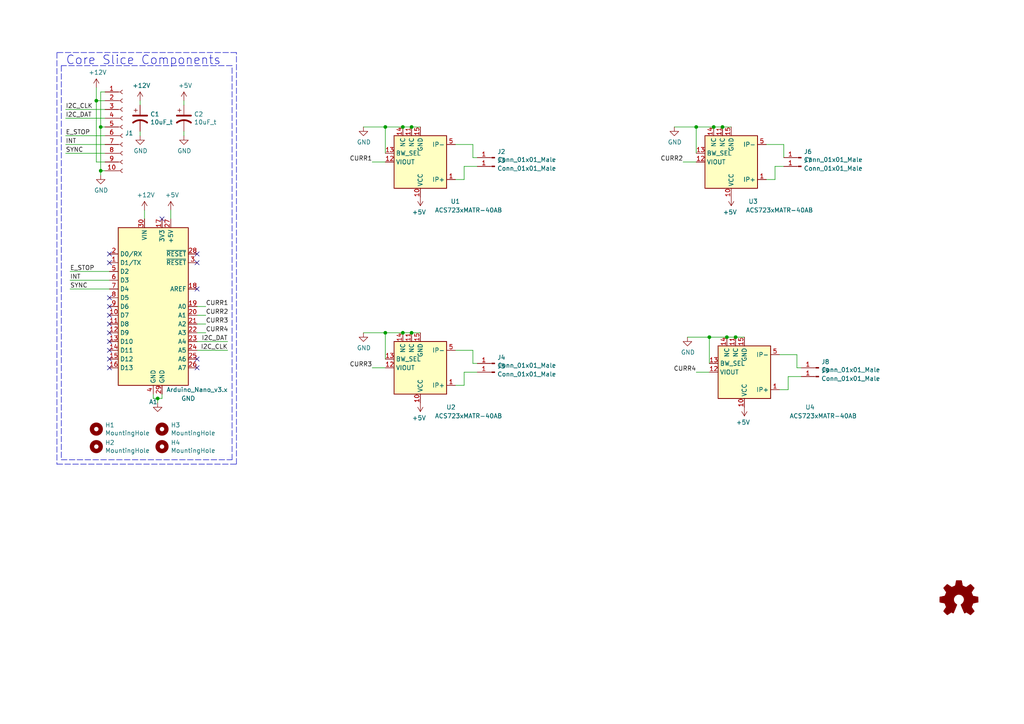
<source format=kicad_sch>
(kicad_sch (version 20231120) (generator "eeschema") (generator_version "8.0")
  (paper "A4")
  (lib_symbols
    (symbol "BREAD_Slice-rescue:10uF_t-OCI_UPL_2_Capacitors" (pin_numbers hide) (pin_names (offset 0.254) hide)
      (property "Reference" "C" (at 0.635 2.54 0))
      (property "Value" "10uF_t-OCI_UPL_2_Capacitors" (at 0.635 -2.54 0))
      (symbol "10uF_t-OCI_UPL_2_Capacitors_0_1"
        (polyline (pts (xy -2.032 0.762) (xy 2.032 0.762)) (stroke (width 0.508)))
        (polyline (pts (xy -1.778 2.286) (xy -0.762 2.286)))
        (polyline (pts (xy -1.27 1.778) (xy -1.27 2.794)))
        (arc (start 2.032 -1.27) (mid 0 -0.5572) (end -2.032 -1.27) (stroke (width 0.508)))
      )
      (symbol "10uF_t-OCI_UPL_2_Capacitors_1_1"
        (pin passive line (at 0 3.81 270) (length 2.794) (name "~") (number "1"))
        (pin passive line (at 0 -3.81 90) (length 3.302) (name "~") (number "2"))
      )
    )
    (symbol "Connector:Conn_01x01_Male" (pin_names (offset 1.016) hide)
      (property "Reference" "J" (at 0 2.54 0))
      (property "Value" "Conn_01x01_Male" (at 0 -2.54 0))
      (symbol "Conn_01x01_Male_1_1"
        (polyline (pts (xy 1.27 0) (xy 0.8636 0)) (stroke (width 0.1524)))
        (rectangle (start 0.8636 0.127) (end 0 -0.127) (stroke (width 0.1524)) (fill (type outline)))
        (pin passive line (at 5.08 0 180) (length 3.81) (name "Pin_1") (number "1"))
      )
    )
    (symbol "Connector:Conn_01x10_Female" (pin_names (offset 1.016) hide)
      (property "Reference" "J" (at 0 12.7 0))
      (property "Value" "Conn_01x10_Female" (at 0 -15.24 0))
      (symbol "Conn_01x10_Female_1_1"
        (arc (start 0 -12.192) (mid -0.5058 -12.7) (end 0 -13.208) (stroke (width 0.1524)))
        (arc (start 0 -9.652) (mid -0.5058 -10.16) (end 0 -10.668) (stroke (width 0.1524)))
        (arc (start 0 -7.112) (mid -0.5058 -7.62) (end 0 -8.128) (stroke (width 0.1524)))
        (arc (start 0 -4.572) (mid -0.5058 -5.08) (end 0 -5.588) (stroke (width 0.1524)))
        (arc (start 0 -2.032) (mid -0.5058 -2.54) (end 0 -3.048) (stroke (width 0.1524)))
        (polyline (pts (xy -1.27 -12.7) (xy -0.508 -12.7)) (stroke (width 0.1524)))
        (polyline (pts (xy -1.27 -10.16) (xy -0.508 -10.16)) (stroke (width 0.1524)))
        (polyline (pts (xy -1.27 -7.62) (xy -0.508 -7.62)) (stroke (width 0.1524)))
        (polyline (pts (xy -1.27 -5.08) (xy -0.508 -5.08)) (stroke (width 0.1524)))
        (polyline (pts (xy -1.27 -2.54) (xy -0.508 -2.54)) (stroke (width 0.1524)))
        (polyline (pts (xy -1.27 0) (xy -0.508 0)) (stroke (width 0.1524)))
        (polyline (pts (xy -1.27 2.54) (xy -0.508 2.54)) (stroke (width 0.1524)))
        (polyline (pts (xy -1.27 5.08) (xy -0.508 5.08)) (stroke (width 0.1524)))
        (polyline (pts (xy -1.27 7.62) (xy -0.508 7.62)) (stroke (width 0.1524)))
        (polyline (pts (xy -1.27 10.16) (xy -0.508 10.16)) (stroke (width 0.1524)))
        (arc (start 0 0.508) (mid -0.5058 0) (end 0 -0.508) (stroke (width 0.1524)))
        (arc (start 0 3.048) (mid -0.5058 2.54) (end 0 2.032) (stroke (width 0.1524)))
        (arc (start 0 5.588) (mid -0.5058 5.08) (end 0 4.572) (stroke (width 0.1524)))
        (arc (start 0 8.128) (mid -0.5058 7.62) (end 0 7.112) (stroke (width 0.1524)))
        (arc (start 0 10.668) (mid -0.5058 10.16) (end 0 9.652) (stroke (width 0.1524)))
        (pin passive line (at -5.08 10.16 0) (length 3.81) (name "Pin_1") (number "1"))
        (pin passive line (at -5.08 -12.7 0) (length 3.81) (name "Pin_10") (number "10"))
        (pin passive line (at -5.08 7.62 0) (length 3.81) (name "Pin_2") (number "2"))
        (pin passive line (at -5.08 5.08 0) (length 3.81) (name "Pin_3") (number "3"))
        (pin passive line (at -5.08 2.54 0) (length 3.81) (name "Pin_4") (number "4"))
        (pin passive line (at -5.08 0 0) (length 3.81) (name "Pin_5") (number "5"))
        (pin passive line (at -5.08 -2.54 0) (length 3.81) (name "Pin_6") (number "6"))
        (pin passive line (at -5.08 -5.08 0) (length 3.81) (name "Pin_7") (number "7"))
        (pin passive line (at -5.08 -7.62 0) (length 3.81) (name "Pin_8") (number "8"))
        (pin passive line (at -5.08 -10.16 0) (length 3.81) (name "Pin_9") (number "9"))
      )
    )
    (symbol "Graphic:Logo_Open_Hardware_Small" (pin_names (offset 1.016))
      (symbol "Logo_Open_Hardware_Small_0_1"
        (polyline (pts (xy 3.3528 -4.3434) (xy 3.302 -4.318) (xy 3.175 -4.2418) (xy 2.9972 -4.1148) (xy 2.7686 -3.9624) (xy 2.54 -3.81) (xy 2.3622 -3.7084) (xy 2.2352 -3.6068) (xy 2.1844 -3.5814) (xy 2.159 -3.6068) (xy 2.0574 -3.6576) (xy 1.905 -3.7338) (xy 1.8034 -3.7846) (xy 1.6764 -3.8354) (xy 1.6002 -3.8354) (xy 1.6002 -3.8354) (xy 1.5494 -3.7338) (xy 1.4732 -3.5306) (xy 1.3462 -3.302) (xy 1.2446 -3.0226) (xy 1.1176 -2.7178) (xy 0.9652 -2.413) (xy 0.8636 -2.1082) (xy 0.7366 -1.8288) (xy 0.6604 -1.6256) (xy 0.6096 -1.4732) (xy 0.5842 -1.397) (xy 0.5842 -1.397) (xy 0.6604 -1.3208) (xy 0.7874 -1.2446) (xy 1.0414 -1.016) (xy 1.2954 -0.6858) (xy 1.4478 -0.3302) (xy 1.524 0.0762) (xy 1.4732 0.4572) (xy 1.3208 0.8128) (xy 1.0668 1.143) (xy 0.762 1.3716) (xy 0.4064 1.524) (xy 0 1.5748) (xy -0.381 1.5494) (xy -0.7366 1.397) (xy -1.0668 1.143) (xy -1.2192 0.9906) (xy -1.397 0.6604) (xy -1.524 0.3048) (xy -1.524 0.2286) (xy -1.4986 -0.1778) (xy -1.397 -0.5334) (xy -1.1938 -0.8636) (xy -0.9144 -1.143) (xy -0.8636 -1.1684) (xy -0.7366 -1.27) (xy -0.635 -1.3462) (xy -0.5842 -1.397) (xy -1.0668 -2.5908) (xy -1.143 -2.794) (xy -1.2954 -3.1242) (xy -1.397 -3.4036) (xy -1.4986 -3.6322) (xy -1.5748 -3.7846) (xy -1.6002 -3.8354) (xy -1.6002 -3.8354) (xy -1.651 -3.8354) (xy -1.7272 -3.81) (xy -1.905 -3.7338) (xy -2.0066 -3.683) (xy -2.1336 -3.6068) (xy -2.2098 -3.5814) (xy -2.2606 -3.6068) (xy -2.3622 -3.683) (xy -2.54 -3.81) (xy -2.7686 -3.9624) (xy -2.9718 -4.0894) (xy -3.1496 -4.2164) (xy -3.302 -4.318) (xy -3.3528 -4.3434) (xy -3.3782 -4.3434) (xy -3.429 -4.318) (xy -3.5306 -4.2164) (xy -3.7084 -4.064) (xy -3.937 -3.8354) (xy -3.9624 -3.81) (xy -4.1656 -3.6068) (xy -4.318 -3.4544) (xy -4.4196 -3.3274) (xy -4.445 -3.2766) (xy -4.445 -3.2766) (xy -4.4196 -3.2258) (xy -4.318 -3.0734) (xy -4.2164 -2.8956) (xy -4.064 -2.667) (xy -3.6576 -2.0828) (xy -3.8862 -1.5494) (xy -3.937 -1.3716) (xy -4.0386 -1.1684) (xy -4.0894 -1.0414) (xy -4.1148 -0.9652) (xy -4.191 -0.9398) (xy -4.318 -0.9144) (xy -4.5466 -0.8636) (xy -4.8006 -0.8128) (xy -5.0546 -0.7874) (xy -5.2578 -0.7366) (xy -5.4356 -0.7112) (xy -5.5118 -0.6858) (xy -5.5118 -0.6858) (xy -5.5372 -0.635) (xy -5.5372 -0.5588) (xy -5.5372 -0.4318) (xy -5.5626 -0.2286) (xy -5.5626 0.0762) (xy -5.5626 0.127) (xy -5.5372 0.4064) (xy -5.5372 0.635) (xy -5.5372 0.762) (xy -5.5372 0.8382) (xy -5.5372 0.8382) (xy -5.461 0.8382) (xy -5.3086 0.889) (xy -5.08 0.9144) (xy -4.826 0.9652) (xy -4.8006 0.9906) (xy -4.5466 1.0414) (xy -4.318 1.0668) (xy -4.1656 1.1176) (xy -4.0894 1.143) (xy -4.0894 1.143) (xy -4.0386 1.2446) (xy -3.9624 1.4224) (xy -3.8608 1.6256) (xy -3.7846 1.8288) (xy -3.7084 2.0066) (xy -3.6576 2.159) (xy -3.6322 2.2098) (xy -3.6322 2.2098) (xy -3.683 2.286) (xy -3.7592 2.413) (xy -3.8862 2.5908) (xy -4.064 2.8194) (xy -4.064 2.8448) (xy -4.2164 3.0734) (xy -4.3434 3.2512) (xy -4.4196 3.3782) (xy -4.445 3.4544) (xy -4.445 3.4544) (xy -4.3942 3.5052) (xy -4.2926 3.6322) (xy -4.1148 3.81) (xy -3.937 4.0132) (xy -3.8608 4.064) (xy -3.6576 4.2926) (xy -3.5052 4.4196) (xy -3.4036 4.4958) (xy -3.3528 4.5212) (xy -3.3528 4.5212) (xy -3.302 4.4704) (xy -3.1496 4.3688) (xy -2.9718 4.2418) (xy -2.7432 4.0894) (xy -2.7178 4.0894) (xy -2.4892 3.937) (xy -2.3114 3.81) (xy -2.1844 3.7084) (xy -2.1336 3.683) (xy -2.1082 3.683) (xy -2.032 3.7084) (xy -1.8542 3.7592) (xy -1.6764 3.8354) (xy -1.4732 3.937) (xy -1.27 4.0132) (xy -1.143 4.064) (xy -1.0668 4.1148) (xy -1.0668 4.1148) (xy -1.0414 4.191) (xy -1.016 4.3434) (xy -0.9652 4.572) (xy -0.9144 4.8514) (xy -0.889 4.9022) (xy -0.8382 5.1562) (xy -0.8128 5.3848) (xy -0.7874 5.5372) (xy -0.762 5.588) (xy -0.7112 5.6134) (xy -0.5842 5.6134) (xy -0.4064 5.6134) (xy -0.1524 5.6134) (xy 0.0762 5.6134) (xy 0.3302 5.6134) (xy 0.5334 5.6134) (xy 0.6858 5.588) (xy 0.7366 5.588) (xy 0.7366 5.588) (xy 0.762 5.5118) (xy 0.8128 5.334) (xy 0.8382 5.1054) (xy 0.9144 4.826) (xy 0.9144 4.7752) (xy 0.9652 4.5212) (xy 1.016 4.2926) (xy 1.0414 4.1402) (xy 1.0668 4.0894) (xy 1.0668 4.0894) (xy 1.1938 4.0386) (xy 1.3716 3.9624) (xy 1.5748 3.8608) (xy 2.0828 3.6576) (xy 2.7178 4.0894) (xy 2.7686 4.1402) (xy 2.9972 4.2926) (xy 3.175 4.4196) (xy 3.302 4.4958) (xy 3.3782 4.5212) (xy 3.3782 4.5212) (xy 3.429 4.4704) (xy 3.556 4.3434) (xy 3.7338 4.191) (xy 3.9116 3.9878) (xy 4.064 3.8354) (xy 4.2418 3.6576) (xy 4.3434 3.556) (xy 4.4196 3.4798) (xy 4.4196 3.429) (xy 4.4196 3.4036) (xy 4.3942 3.3274) (xy 4.2926 3.2004) (xy 4.1656 2.9972) (xy 4.0132 2.794) (xy 3.8862 2.5908) (xy 3.7592 2.3876) (xy 3.6576 2.2352) (xy 3.6322 2.159) (xy 3.6322 2.1336) (xy 3.683 2.0066) (xy 3.7592 1.8288) (xy 3.8608 1.6002) (xy 4.064 1.1176) (xy 4.3942 1.0414) (xy 4.5974 1.016) (xy 4.8768 0.9652) (xy 5.1308 0.9144) (xy 5.5372 0.8382) (xy 5.5626 -0.6604) (xy 5.4864 -0.6858) (xy 5.4356 -0.6858) (xy 5.2832 -0.7366) (xy 5.0546 -0.762) (xy 4.8006 -0.8128) (xy 4.5974 -0.8636) (xy 4.3688 -0.9144) (xy 4.2164 -0.9398) (xy 4.1402 -0.9398) (xy 4.1148 -0.9652) (xy 4.064 -1.0668) (xy 3.9878 -1.2446) (xy 3.9116 -1.4478) (xy 3.81 -1.651) (xy 3.7338 -1.8542) (xy 3.683 -2.0066) (xy 3.6576 -2.0828) (xy 3.683 -2.1336) (xy 3.7846 -2.2606) (xy 3.8862 -2.4638) (xy 4.0386 -2.667) (xy 4.191 -2.8956) (xy 4.318 -3.0734) (xy 4.3942 -3.2004) (xy 4.445 -3.2766) (xy 4.4196 -3.3274) (xy 4.3434 -3.429) (xy 4.1656 -3.5814) (xy 3.937 -3.8354) (xy 3.8862 -3.8608) (xy 3.683 -4.064) (xy 3.5306 -4.2164) (xy 3.4036 -4.318) (xy 3.3528 -4.3434)) (fill (type outline)))
      )
    )
    (symbol "MCU_Module:Arduino_Nano_v3.x"
      (property "Reference" "A" (at -10.16 23.495 0))
      (property "Value" "Arduino_Nano_v3.x" (at 5.08 -24.13 0))
      (symbol "Arduino_Nano_v3.x_0_1"
        (rectangle (start -10.16 22.86) (end 10.16 -22.86) (stroke (width 0.254)) (fill (type background)))
      )
      (symbol "Arduino_Nano_v3.x_1_1"
        (pin bidirectional line (at -12.7 12.7 0) (length 2.54) (name "D1/TX") (number "1"))
        (pin bidirectional line (at -12.7 -2.54 0) (length 2.54) (name "D7") (number "10"))
        (pin bidirectional line (at -12.7 -5.08 0) (length 2.54) (name "D8") (number "11"))
        (pin bidirectional line (at -12.7 -7.62 0) (length 2.54) (name "D9") (number "12"))
        (pin bidirectional line (at -12.7 -10.16 0) (length 2.54) (name "D10") (number "13"))
        (pin bidirectional line (at -12.7 -12.7 0) (length 2.54) (name "D11") (number "14"))
        (pin bidirectional line (at -12.7 -15.24 0) (length 2.54) (name "D12") (number "15"))
        (pin bidirectional line (at -12.7 -17.78 0) (length 2.54) (name "D13") (number "16"))
        (pin power_out line (at 2.54 25.4 270) (length 2.54) (name "3V3") (number "17"))
        (pin input line (at 12.7 5.08 180) (length 2.54) (name "AREF") (number "18"))
        (pin bidirectional line (at 12.7 0 180) (length 2.54) (name "A0") (number "19"))
        (pin bidirectional line (at -12.7 15.24 0) (length 2.54) (name "D0/RX") (number "2"))
        (pin bidirectional line (at 12.7 -2.54 180) (length 2.54) (name "A1") (number "20"))
        (pin bidirectional line (at 12.7 -5.08 180) (length 2.54) (name "A2") (number "21"))
        (pin bidirectional line (at 12.7 -7.62 180) (length 2.54) (name "A3") (number "22"))
        (pin bidirectional line (at 12.7 -10.16 180) (length 2.54) (name "A4") (number "23"))
        (pin bidirectional line (at 12.7 -12.7 180) (length 2.54) (name "A5") (number "24"))
        (pin bidirectional line (at 12.7 -15.24 180) (length 2.54) (name "A6") (number "25"))
        (pin bidirectional line (at 12.7 -17.78 180) (length 2.54) (name "A7") (number "26"))
        (pin power_out line (at 5.08 25.4 270) (length 2.54) (name "+5V") (number "27"))
        (pin input line (at 12.7 15.24 180) (length 2.54) (name "~{RESET}") (number "28"))
        (pin power_in line (at 2.54 -25.4 90) (length 2.54) (name "GND") (number "29"))
        (pin input line (at 12.7 12.7 180) (length 2.54) (name "~{RESET}") (number "3"))
        (pin power_in line (at -2.54 25.4 270) (length 2.54) (name "VIN") (number "30"))
        (pin power_in line (at 0 -25.4 90) (length 2.54) (name "GND") (number "4"))
        (pin bidirectional line (at -12.7 10.16 0) (length 2.54) (name "D2") (number "5"))
        (pin bidirectional line (at -12.7 7.62 0) (length 2.54) (name "D3") (number "6"))
        (pin bidirectional line (at -12.7 5.08 0) (length 2.54) (name "D4") (number "7"))
        (pin bidirectional line (at -12.7 2.54 0) (length 2.54) (name "D5") (number "8"))
        (pin bidirectional line (at -12.7 0 0) (length 2.54) (name "D6") (number "9"))
      )
    )
    (symbol "Mechanical:MountingHole" (pin_names (offset 1.016))
      (property "Reference" "H" (at 0 5.08 0))
      (property "Value" "MountingHole" (at 0 3.175 0))
      (symbol "MountingHole_0_1"
        (circle (center 0 0) (radius 1.27) (stroke (width 1.27)))
      )
    )
    (symbol "Sensor_Current:ACS723xMATR-40AB"
      (property "Reference" "U" (at 8.89 6.35 0))
      (property "Value" "ACS723xMATR-40AB" (at 8.89 3.81 0))
      (symbol "ACS723xMATR-40AB_0_1"
        (rectangle (start -7.62 7.62) (end 7.62 -7.62) (stroke (width 0.254)) (fill (type background)))
      )
      (symbol "ACS723xMATR-40AB_1_1"
        (pin passive line (at -10.16 5.08 0) (length 2.54) (name "IP+") (number "1"))
        (pin power_in line (at 0 10.16 270) (length 2.54) (name "VCC") (number "10"))
        (pin passive line (at 2.54 -10.16 90) (length 2.54) (name "NC") (number "11"))
        (pin output line (at 10.16 0 180) (length 2.54) (name "VIOUT") (number "12"))
        (pin input line (at 10.16 -2.54 180) (length 2.54) (name "BW_SEL") (number "13"))
        (pin passive line (at 5.08 -10.16 90) (length 2.54) (name "NC") (number "14"))
        (pin power_in line (at 0 -10.16 90) (length 2.54) (name "GND") (number "15"))
        (pin no_connect line (at 7.62 2.54 180) (length 2.54) hide (name "NC") (number "16"))
        (pin passive line (at -10.16 5.08 0) (length 2.54) hide (name "IP+") (number "2"))
        (pin passive line (at -10.16 5.08 0) (length 2.54) hide (name "IP+") (number "3"))
        (pin passive line (at -10.16 5.08 0) (length 2.54) hide (name "IP+") (number "4"))
        (pin passive line (at -10.16 -5.08 0) (length 2.54) (name "IP-") (number "5"))
        (pin passive line (at -10.16 -5.08 0) (length 2.54) hide (name "IP-") (number "6"))
        (pin passive line (at -10.16 -5.08 0) (length 2.54) hide (name "IP-") (number "7"))
        (pin passive line (at -10.16 -5.08 0) (length 2.54) hide (name "IP-") (number "8"))
        (pin no_connect line (at 7.62 5.08 180) (length 2.54) hide (name "NC") (number "9"))
      )
    )
    (symbol "power:+12V" (power) (pin_names (offset 0))
      (property "Value" "+12V" (at 0 3.556 0))
      (symbol "+12V_0_1"
        (polyline (pts (xy -0.762 1.27) (xy 0 2.54)))
        (polyline (pts (xy 0 0) (xy 0 2.54)))
        (polyline (pts (xy 0 2.54) (xy 0.762 1.27)))
      )
      (symbol "+12V_1_1"
        (pin power_in line (at 0 0 90) (length 0) hide (name "+12V") (number "1"))
      )
    )
    (symbol "power:+5V" (power) (pin_names (offset 0))
      (property "Value" "+5V" (at 0 3.556 0))
      (symbol "+5V_0_1"
        (polyline (pts (xy -0.762 1.27) (xy 0 2.54)))
        (polyline (pts (xy 0 0) (xy 0 2.54)))
        (polyline (pts (xy 0 2.54) (xy 0.762 1.27)))
      )
      (symbol "+5V_1_1"
        (pin power_in line (at 0 0 90) (length 0) hide (name "+5V") (number "1"))
      )
    )
    (symbol "power:GND" (power) (pin_names (offset 0))
      (property "Value" "GND" (at 0 -3.81 0))
      (symbol "GND_0_1"
        (polyline (pts (xy 0 0) (xy 0 -1.27) (xy 1.27 -1.27) (xy 0 -2.54) (xy -1.27 -1.27) (xy 0 -1.27)))
      )
      (symbol "GND_1_1"
        (pin power_in line (at 0 0 270) (length 0) hide (name "GND") (number "1"))
      )
    )
  )
  (junction (at 213.36 97.79))
  (junction (at 116.84 96.52))
  (junction (at 205.74 97.79))
  (junction (at 111.76 96.52))
  (junction (at 29.21 49.53))
  (junction (at 201.93 36.83))
  (junction (at 119.38 96.52))
  (junction (at 45.72 115.57))
  (junction (at 209.55 36.83))
  (junction (at 111.76 36.83))
  (junction (at 27.94 29.21))
  (junction (at 210.82 97.79))
  (junction (at 29.21 36.83))
  (junction (at 207.01 36.83))
  (junction (at 116.84 36.83))
  (junction (at 119.38 36.83))
  (no_connect (at 31.75 76.2))
  (no_connect (at 31.75 88.9))
  (no_connect (at 46.99 63.5))
  (no_connect (at 57.15 106.68))
  (no_connect (at 31.75 73.66))
  (no_connect (at 57.15 104.14))
  (no_connect (at 31.75 91.44))
  (no_connect (at 31.75 96.52))
  (no_connect (at 57.15 83.82))
  (no_connect (at 31.75 104.14))
  (no_connect (at 31.75 106.68))
  (no_connect (at 57.15 76.2))
  (no_connect (at 57.15 73.66))
  (no_connect (at 31.75 101.6))
  (no_connect (at 31.75 99.06))
  (no_connect (at 31.75 86.36))
  (no_connect (at 31.75 93.98))
  (wire (pts (xy 201.93 36.83) (xy 207.01 36.83)))
  (wire (pts (xy 111.76 106.68) (xy 107.95 106.68)))
  (wire (pts (xy 134.62 111.76) (xy 132.08 111.76)))
  (wire (pts (xy 57.15 101.6) (xy 66.04 101.6)))
  (wire (pts (xy 20.32 81.28) (xy 31.75 81.28)))
  (wire (pts (xy 53.34 39.37) (xy 53.34 38.1)))
  (wire (pts (xy 224.79 48.26) (xy 224.79 52.07)))
  (wire (pts (xy 138.43 105.41) (xy 137.16 105.41)))
  (wire (pts (xy 137.16 45.72) (xy 137.16 41.91)))
  (wire (pts (xy 224.79 52.07) (xy 222.25 52.07)))
  (wire (pts (xy 29.21 36.83) (xy 29.21 26.67)))
  (wire (pts (xy 30.48 49.53) (xy 29.21 49.53)))
  (wire (pts (xy 44.45 115.57) (xy 45.72 115.57)))
  (wire (pts (xy 227.33 45.72) (xy 227.33 41.91)))
  (wire (pts (xy 27.94 25.4) (xy 27.94 29.21)))
  (wire (pts (xy 205.74 97.79) (xy 210.82 97.79)))
  (wire (pts (xy 137.16 105.41) (xy 137.16 101.6)))
  (wire (pts (xy 201.93 36.83) (xy 195.58 36.83)))
  (wire (pts (xy 45.72 115.57) (xy 46.99 115.57)))
  (wire (pts (xy 45.72 115.57) (xy 45.72 116.84)))
  (wire (pts (xy 57.15 91.44) (xy 59.69 91.44)))
  (wire (pts (xy 210.82 97.79) (xy 213.36 97.79)))
  (wire (pts (xy 232.41 109.22) (xy 228.6 109.22)))
  (wire (pts (xy 27.94 29.21) (xy 30.48 29.21)))
  (wire (pts (xy 30.48 36.83) (xy 29.21 36.83)))
  (wire (pts (xy 30.48 31.75) (xy 19.05 31.75)))
  (wire (pts (xy 20.32 83.82) (xy 31.75 83.82)))
  (wire (pts (xy 111.76 36.83) (xy 116.84 36.83)))
  (wire (pts (xy 119.38 36.83) (xy 121.92 36.83)))
  (wire (pts (xy 57.15 88.9) (xy 59.69 88.9)))
  (wire (pts (xy 27.94 46.99) (xy 27.94 29.21)))
  (wire (pts (xy 231.14 106.68) (xy 231.14 102.87)))
  (wire (pts (xy 134.62 48.26) (xy 134.62 52.07)))
  (wire (pts (xy 40.64 39.37) (xy 40.64 38.1)))
  (wire (pts (xy 29.21 26.67) (xy 30.48 26.67)))
  (wire (pts (xy 40.64 30.48) (xy 40.64 29.21)))
  (polyline (pts (xy 17.78 19.05) (xy 17.78 133.35)) (stroke (width 0) (type dash)))
  (wire (pts (xy 66.04 99.06) (xy 57.15 99.06)))
  (polyline (pts (xy 68.58 134.62) (xy 68.58 15.24)) (stroke (width 0) (type dash)))
  (polyline (pts (xy 16.51 15.24) (xy 16.51 134.62)) (stroke (width 0) (type dash)))
  (wire (pts (xy 30.48 46.99) (xy 27.94 46.99)))
  (wire (pts (xy 138.43 45.72) (xy 137.16 45.72)))
  (wire (pts (xy 111.76 46.99) (xy 107.95 46.99)))
  (wire (pts (xy 119.38 96.52) (xy 121.92 96.52)))
  (wire (pts (xy 201.93 46.99) (xy 198.12 46.99)))
  (wire (pts (xy 111.76 36.83) (xy 105.41 36.83)))
  (wire (pts (xy 224.79 48.26) (xy 227.33 48.26)))
  (wire (pts (xy 231.14 102.87) (xy 226.06 102.87)))
  (wire (pts (xy 205.74 107.95) (xy 201.93 107.95)))
  (wire (pts (xy 228.6 113.03) (xy 226.06 113.03)))
  (wire (pts (xy 137.16 101.6) (xy 132.08 101.6)))
  (wire (pts (xy 111.76 104.14) (xy 111.76 96.52)))
  (wire (pts (xy 111.76 44.45) (xy 111.76 36.83)))
  (wire (pts (xy 205.74 97.79) (xy 199.39 97.79)))
  (wire (pts (xy 213.36 97.79) (xy 215.9 97.79)))
  (polyline (pts (xy 67.31 19.05) (xy 17.78 19.05)) (stroke (width 0) (type dash)))
  (wire (pts (xy 232.41 106.68) (xy 231.14 106.68)))
  (wire (pts (xy 205.74 105.41) (xy 205.74 97.79)))
  (wire (pts (xy 57.15 96.52) (xy 59.69 96.52)))
  (wire (pts (xy 209.55 36.83) (xy 212.09 36.83)))
  (polyline (pts (xy 67.31 133.35) (xy 67.31 19.05)) (stroke (width 0) (type dash)))
  (wire (pts (xy 53.34 30.48) (xy 53.34 29.21)))
  (wire (pts (xy 138.43 107.95) (xy 134.62 107.95)))
  (wire (pts (xy 19.05 44.45) (xy 30.48 44.45)))
  (wire (pts (xy 116.84 36.83) (xy 119.38 36.83)))
  (wire (pts (xy 134.62 52.07) (xy 132.08 52.07)))
  (polyline (pts (xy 17.78 133.35) (xy 67.31 133.35)) (stroke (width 0) (type dash)))
  (wire (pts (xy 29.21 49.53) (xy 29.21 36.83)))
  (wire (pts (xy 57.15 93.98) (xy 59.69 93.98)))
  (wire (pts (xy 29.21 50.8) (xy 29.21 49.53)))
  (wire (pts (xy 207.01 36.83) (xy 209.55 36.83)))
  (wire (pts (xy 49.53 60.96) (xy 49.53 63.5)))
  (wire (pts (xy 41.91 60.96) (xy 41.91 63.5)))
  (wire (pts (xy 227.33 41.91) (xy 222.25 41.91)))
  (wire (pts (xy 44.45 114.3) (xy 44.45 115.57)))
  (wire (pts (xy 111.76 96.52) (xy 116.84 96.52)))
  (wire (pts (xy 111.76 96.52) (xy 105.41 96.52)))
  (polyline (pts (xy 16.51 134.62) (xy 68.58 134.62)) (stroke (width 0) (type dash)))
  (wire (pts (xy 19.05 41.91) (xy 30.48 41.91)))
  (wire (pts (xy 46.99 115.57) (xy 46.99 114.3)))
  (wire (pts (xy 137.16 41.91) (xy 132.08 41.91)))
  (polyline (pts (xy 68.58 15.24) (xy 16.51 15.24)) (stroke (width 0) (type dash)))
  (wire (pts (xy 19.05 34.29) (xy 30.48 34.29)))
  (wire (pts (xy 201.93 44.45) (xy 201.93 36.83)))
  (wire (pts (xy 30.48 39.37) (xy 19.05 39.37)))
  (wire (pts (xy 116.84 96.52) (xy 119.38 96.52)))
  (wire (pts (xy 138.43 48.26) (xy 134.62 48.26)))
  (wire (pts (xy 134.62 107.95) (xy 134.62 111.76)))
  (wire (pts (xy 228.6 109.22) (xy 228.6 113.03)))
  (wire (pts (xy 31.75 78.74) (xy 20.32 78.74)))
  (text "Core Slice Components" (at 19.05 19.05 0) (effects (font (size 2.54 2.54)) (justify left bottom)))
  (label "CURR1" (at 59.69 88.9 0))
  (label "I2C_DAT" (at 19.05 34.29 0))
  (label "E_STOP" (at 20.32 78.74 0))
  (label "INT" (at 19.05 41.91 0))
  (label "CURR3" (at 107.95 106.68 180))
  (label "SYNC" (at 20.32 83.82 0))
  (label "CURR3" (at 59.69 93.98 0))
  (label "I2C_CLK" (at 19.05 31.75 0))
  (label "SYNC" (at 19.05 44.45 0))
  (label "I2C_DAT" (at 66.04 99.06 180))
  (label "E_STOP" (at 19.05 39.37 0))
  (label "CURR2" (at 198.12 46.99 180))
  (label "CURR4" (at 201.93 107.95 180))
  (label "CURR4" (at 59.69 96.52 0))
  (label "CURR2" (at 59.69 91.44 0))
  (label "CURR1" (at 107.95 46.99 180))
  (label "INT" (at 20.32 81.28 0))
  (label "I2C_CLK" (at 66.04 101.6 180))
  (symbol (lib_id "power:GND") (at 45.72 116.84 0) (unit 1)
    (property "Reference" "#PWR06" (effects (hide yes)))
    (property "Value" "GND" (at 54.61 115.57 0))
  )
  (symbol (lib_id "power:+5V") (at 49.53 60.96 0) (unit 1)
    (property "Reference" "#PWR07" (effects (hide yes)))
    (property "Value" "+5V" (at 49.911 56.5658 0))
  )
  (symbol (lib_id "power:+12V") (at 41.91 60.96 0) (unit 1)
    (property "Reference" "#PWR05" (effects (hide yes)))
    (property "Value" "+12V" (at 42.291 56.5658 0))
  )
  (symbol (lib_id "BREAD_Slice-rescue:10uF_t-OCI_UPL_2_Capacitors") (at 40.64 34.29 0) (unit 1)
    (property "Reference" "C1" (at 43.561 33.1216 0) (effects (justify left)))
    (property "Value" "10uF_t" (at 43.561 35.433 0) (effects (justify left)))
    (property "Footprint" "OCI_UPL_FOOTPRINTS:C_2312" (effects (hide yes)))
    (property "Datasheet" "https://www.digikey.com/short/qcd8n7" (effects (hide yes)))
    (property "Part #" "T491C106K025AT" (effects (hide yes)))
    (property "UPL #" "2.021" (effects (hide yes)))
  )
  (symbol (lib_id "power:GND") (at 40.64 39.37 0) (unit 1)
    (property "Reference" "#PWR04" (effects (hide yes)))
    (property "Value" "GND" (at 40.767 43.7642 0))
  )
  (symbol (lib_id "Mechanical:MountingHole") (at 27.94 124.46 0) (unit 1)
    (property "Reference" "H1" (at 30.48 123.2916 0) (effects (justify left)))
    (property "Value" "MountingHole" (at 30.48 125.603 0) (effects (justify left)))
    (property "Footprint" "MountingHole:MountingHole_3.2mm_M3_DIN965_Pad" (effects (hide yes)))
  )
  (symbol (lib_id "Mechanical:MountingHole") (at 46.99 124.46 0) (unit 1)
    (property "Reference" "H3" (at 49.53 123.2916 0) (effects (justify left)))
    (property "Value" "MountingHole" (at 49.53 125.603 0) (effects (justify left)))
    (property "Footprint" "MountingHole:MountingHole_3.2mm_M3_DIN965_Pad" (effects (hide yes)))
  )
  (symbol (lib_id "Mechanical:MountingHole") (at 27.94 129.54 0) (unit 1)
    (property "Reference" "H2" (at 30.48 128.3716 0) (effects (justify left)))
    (property "Value" "MountingHole" (at 30.48 130.683 0) (effects (justify left)))
    (property "Footprint" "MountingHole:MountingHole_3.2mm_M3_DIN965_Pad" (effects (hide yes)))
  )
  (symbol (lib_id "Mechanical:MountingHole") (at 46.99 129.54 0) (unit 1)
    (property "Reference" "H4" (at 49.53 128.3716 0) (effects (justify left)))
    (property "Value" "MountingHole" (at 49.53 130.683 0) (effects (justify left)))
    (property "Footprint" "MountingHole:MountingHole_3.2mm_M3_DIN965_Pad" (effects (hide yes)))
  )
  (symbol (lib_id "MCU_Module:Arduino_Nano_v3.x") (at 44.45 88.9 0) (unit 1)
    (property "Reference" "A1" (at 44.45 116.5606 0))
    (property "Value" "Arduino_Nano_v3.x" (at 57.15 113.03 0))
    (property "Footprint" "Module:Arduino_Nano" (effects (hide yes)))
    (property "Datasheet" "http://www.mouser.com/pdfdocs/Gravitech_Arduino_Nano3_0.pdf" (effects (hide yes)))
  )
  (symbol (lib_id "Graphic:Logo_Open_Hardware_Small") (at 278.13 173.99 0) (unit 1)
    (property "Reference" "Logo1" (effects (hide yes)))
    (property "Value" "Logo_Open_Hardware_Small" (effects (hide yes)))
    (property "Footprint" "Symbol:OSHW-Symbol_6.7x6mm_SilkScreen" (effects (hide yes)))
  )
  (symbol (lib_id "Connector:Conn_01x10_Female") (at 35.56 36.83 0) (unit 1)
    (property "Reference" "J1" (at 36.2712 38.608 0) (effects (justify left)))
    (property "Value" "Conn_01x10_Female" (effects (hide yes)))
    (property "Footprint" "Connector_PinSocket_2.54mm:PinSocket_1x10_P2.54mm_Horizontal" (effects (hide yes)))
  )
  (symbol (lib_id "power:+12V") (at 27.94 25.4 0) (unit 1)
    (property "Reference" "#PWR01" (effects (hide yes)))
    (property "Value" "+12V" (at 28.321 21.0058 0))
  )
  (symbol (lib_id "power:GND") (at 29.21 50.8 0) (unit 1)
    (property "Reference" "#PWR02" (effects (hide yes)))
    (property "Value" "GND" (at 29.337 55.1942 0))
  )
  (symbol (lib_id "power:+12V") (at 40.64 29.21 0) (unit 1)
    (property "Reference" "#PWR03" (effects (hide yes)))
    (property "Value" "+12V" (at 41.021 24.8158 0))
  )
  (symbol (lib_id "BREAD_Slice-rescue:10uF_t-OCI_UPL_2_Capacitors") (at 53.34 34.29 0) (unit 1)
    (property "Reference" "C2" (at 56.261 33.1216 0) (effects (justify left)))
    (property "Value" "10uF_t" (at 56.261 35.433 0) (effects (justify left)))
    (property "Footprint" "OCI_UPL_FOOTPRINTS:C_2312" (effects (hide yes)))
    (property "Datasheet" "https://www.digikey.com/short/qcd8n7" (effects (hide yes)))
    (property "Part #" "T491C106K025AT" (effects (hide yes)))
    (property "UPL #" "2.021" (effects (hide yes)))
  )
  (symbol (lib_id "power:GND") (at 53.34 39.37 0) (unit 1)
    (property "Reference" "#PWR09" (effects (hide yes)))
    (property "Value" "GND" (at 53.467 43.7642 0))
  )
  (symbol (lib_id "power:+5V") (at 53.34 29.21 0) (unit 1)
    (property "Reference" "#PWR08" (effects (hide yes)))
    (property "Value" "+5V" (at 53.721 24.8158 0))
  )
  (symbol (lib_id "power:GND") (at 105.41 36.83 0) (unit 1)
    (property "Reference" "#PWR010" (effects (hide yes)))
    (property "Value" "GND" (at 105.537 41.2242 0))
  )
  (symbol (lib_id "power:+5V") (at 121.92 57.15 180) (unit 1)
    (property "Reference" "#PWR012" (effects (hide yes)))
    (property "Value" "+5V" (at 121.539 61.5442 0))
  )
  (symbol (lib_id "power:GND") (at 195.58 36.83 0) (unit 1)
    (property "Reference" "#PWR014" (effects (hide yes)))
    (property "Value" "GND" (at 195.707 41.2242 0))
  )
  (symbol (lib_id "power:+5V") (at 212.09 57.15 180) (unit 1)
    (property "Reference" "#PWR016" (effects (hide yes)))
    (property "Value" "+5V" (at 211.709 61.5442 0))
  )
  (symbol (lib_id "power:GND") (at 105.41 96.52 0) (unit 1)
    (property "Reference" "#PWR011" (effects (hide yes)))
    (property "Value" "GND" (at 105.537 100.9142 0))
  )
  (symbol (lib_id "power:+5V") (at 121.92 116.84 180) (unit 1)
    (property "Reference" "#PWR013" (effects (hide yes)))
    (property "Value" "+5V" (at 121.539 121.2342 0))
  )
  (symbol (lib_id "power:GND") (at 199.39 97.79 0) (unit 1)
    (property "Reference" "#PWR015" (effects (hide yes)))
    (property "Value" "GND" (at 199.517 102.1842 0))
  )
  (symbol (lib_id "power:+5V") (at 215.9 118.11 180) (unit 1)
    (property "Reference" "#PWR017" (effects (hide yes)))
    (property "Value" "+5V" (at 215.519 122.5042 0))
  )
  (symbol (lib_id "Connector:Conn_01x01_Male") (at 143.51 45.72 180) (unit 1)
    (property "Reference" "J2" (at 144.2212 43.9928 0) (effects (justify right)))
    (property "Value" "Conn_01x01_Male" (at 144.2212 46.3042 0) (effects (justify right)))
    (property "Footprint" "Custom:Blade_Connector" (effects (hide yes)))
  )
  (symbol (lib_id "Connector:Conn_01x01_Male") (at 143.51 48.26 180) (unit 1)
    (property "Reference" "J3" (at 144.2212 46.5328 0) (effects (justify right)))
    (property "Value" "Conn_01x01_Male" (at 144.2212 48.8442 0) (effects (justify right)))
    (property "Footprint" "Custom:Blade_Connector" (effects (hide yes)))
  )
  (symbol (lib_id "Connector:Conn_01x01_Male") (at 232.41 45.72 180) (unit 1)
    (property "Reference" "J6" (at 233.1212 43.9928 0) (effects (justify right)))
    (property "Value" "Conn_01x01_Male" (at 233.1212 46.3042 0) (effects (justify right)))
    (property "Footprint" "Custom:Blade_Connector" (effects (hide yes)))
  )
  (symbol (lib_id "Connector:Conn_01x01_Male") (at 232.41 48.26 180) (unit 1)
    (property "Reference" "J7" (at 233.1212 46.5328 0) (effects (justify right)))
    (property "Value" "Conn_01x01_Male" (at 233.1212 48.8442 0) (effects (justify right)))
    (property "Footprint" "Custom:Blade_Connector" (effects (hide yes)))
  )
  (symbol (lib_id "Connector:Conn_01x01_Male") (at 143.51 105.41 180) (unit 1)
    (property "Reference" "J4" (at 144.2212 103.6828 0) (effects (justify right)))
    (property "Value" "Conn_01x01_Male" (at 144.2212 105.9942 0) (effects (justify right)))
    (property "Footprint" "Custom:Blade_Connector" (effects (hide yes)))
  )
  (symbol (lib_id "Connector:Conn_01x01_Male") (at 143.51 107.95 180) (unit 1)
    (property "Reference" "J5" (at 144.2212 106.2228 0) (effects (justify right)))
    (property "Value" "Conn_01x01_Male" (at 144.2212 108.5342 0) (effects (justify right)))
    (property "Footprint" "Custom:Blade_Connector" (effects (hide yes)))
  )
  (symbol (lib_id "Connector:Conn_01x01_Male") (at 237.49 106.68 180) (unit 1)
    (property "Reference" "J8" (at 238.2012 104.9528 0) (effects (justify right)))
    (property "Value" "Conn_01x01_Male" (at 238.2012 107.2642 0) (effects (justify right)))
    (property "Footprint" "Custom:Blade_Connector" (effects (hide yes)))
  )
  (symbol (lib_id "Connector:Conn_01x01_Male") (at 237.49 109.22 180) (unit 1)
    (property "Reference" "J9" (at 238.2012 107.4928 0) (effects (justify right)))
    (property "Value" "Conn_01x01_Male" (at 238.2012 109.8042 0) (effects (justify right)))
    (property "Footprint" "Custom:Blade_Connector" (effects (hide yes)))
  )
  (symbol (lib_id "Sensor_Current:ACS723xMATR-40AB") (at 121.92 106.68 180) (unit 1)
    (property "Reference" "U2" (at 130.81 118.11 0))
    (property "Value" "ACS723xMATR-40AB" (at 135.89 120.65 0))
    (property "Footprint" "Package_SO:SOIC-16W_7.5x10.3mm_P1.27mm" (effects (hide yes)))
    (property "Datasheet" "http://www.allegromicro.com/~/media/Files/Datasheets/ACS723KMA-Datasheet.ashx?la=en" (effects (hide yes)))
  )
  (symbol (lib_id "Sensor_Current:ACS723xMATR-40AB") (at 215.9 107.95 180) (unit 1)
    (property "Reference" "U4" (at 234.95 118.11 0))
    (property "Value" "ACS723xMATR-40AB" (at 238.76 120.65 0))
    (property "Footprint" "Package_SO:SOIC-16W_7.5x10.3mm_P1.27mm" (effects (hide yes)))
    (property "Datasheet" "http://www.allegromicro.com/~/media/Files/Datasheets/ACS723KMA-Datasheet.ashx?la=en" (effects (hide yes)))
  )
  (symbol (lib_id "Sensor_Current:ACS723xMATR-40AB") (at 212.09 46.99 180) (unit 1)
    (property "Reference" "U3" (at 218.44 58.42 0))
    (property "Value" "ACS723xMATR-40AB" (at 226.06 60.96 0))
    (property "Footprint" "Package_SO:SOIC-16W_7.5x10.3mm_P1.27mm" (effects (hide yes)))
    (property "Datasheet" "http://www.allegromicro.com/~/media/Files/Datasheets/ACS723KMA-Datasheet.ashx?la=en" (effects (hide yes)))
  )
  (symbol (lib_id "Sensor_Current:ACS723xMATR-40AB") (at 121.92 46.99 180) (unit 1)
    (property "Reference" "U1" (at 132.08 58.42 0))
    (property "Value" "ACS723xMATR-40AB" (at 135.89 60.96 0))
    (property "Footprint" "Package_SO:SOIC-16W_7.5x10.3mm_P1.27mm" (effects (hide yes)))
    (property "Datasheet" "http://www.allegromicro.com/~/media/Files/Datasheets/ACS723KMA-Datasheet.ashx?la=en" (effects (hide yes)))
  )
)
</source>
